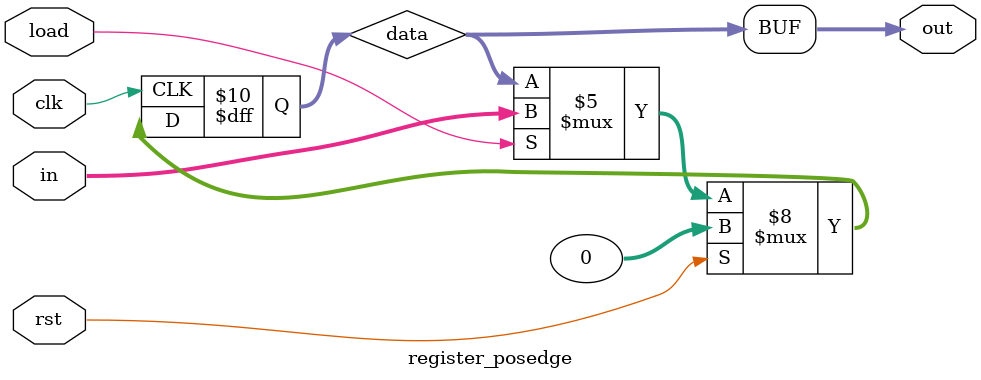
<source format=sv>
module register_posedge #(parameter width = 32)
(
    input logic clk,
    input logic rst,
    input logic load,
    input logic [width-1:0] in,
    output logic [width-1:0] out
);

logic [width-1:0] data = '0;

always_ff @(posedge clk)
begin
    if (rst)
    begin
        data <= '0;
    end
    else if (load)
    begin
        data <= in;
    end
    else
    begin
        data <= data;
    end
end

always_comb
begin
    out = data;
end

endmodule : register_posedge
</source>
